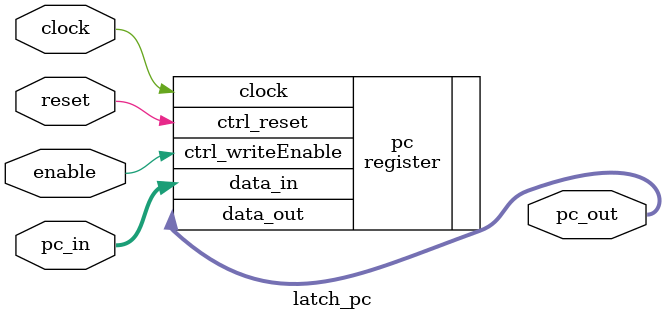
<source format=v>
module latch_pc (pc_in, clock, reset, enable, pc_out);

input [31:0] pc_in;
input clock, reset, enable;

output [31:0] pc_out;

register pc (
    .data_out(pc_out),
	 .clock(clock),
    .ctrl_writeEnable(enable),
    .ctrl_reset(reset),
	 .data_in(pc_in)
);

endmodule 
</source>
